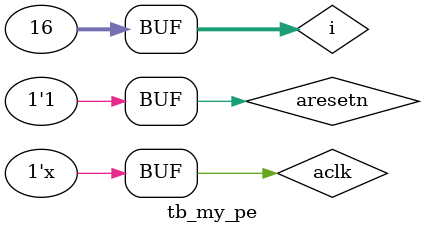
<source format=v>
`timescale 1ns / 1ps

module tb_my_pe # (
        parameter L_RAM_SIZE = 6
    );
    
    // global buffer
    reg [31 : 0] gb1 [0 : 2 ** L_RAM_SIZE - 1];
    reg [31 : 0] gb2 [0 : 2 ** L_RAM_SIZE - 1];
    
    reg aclk;
    reg aresetn;
    wire [31 : 0] ain;
    wire [31 : 0] bin;
    integer n;
    reg valid;
    wire dvalid;
    wire [31 : 0] dout;
    
    integer i;
    
    initial begin
        aclk = 1;
        aresetn = 1;
        valid = 0;
        
        for (i = 0; i < 16; i = i + 1) begin
            gb1[i][31 : 23] = 9'b010000000;
            gb1[i][22 :  0] = $urandom%(2 ** 23);
            gb2[i][31 : 23] = 9'b010000000;
            gb2[i][22 :  0] = $urandom%(2 ** 23);
        end
        
        #1;
        aresetn = 0;
        #10;
        aresetn = 1;
        #10;
        n = 0;
        valid = 1;
        #10;
        valid = 0;
    end
    
    assign ain = gb1[n];
    assign bin = gb2[n];
    
    always @ (negedge aclk)
        if (dvalid && n < 15) begin
            n = n + 1;
            valid = 1;
            #6;
            valid = 0;
        end
    
    my_pe PE (
        .aclk(aclk),
        .aresetn(aresetn),
        .ain(ain),
        .bin(bin),
        .valid(valid),
        .dvalid(dvalid),
        .dout(dout)
    );
    
    always #5 aclk = ~aclk;

endmodule

</source>
